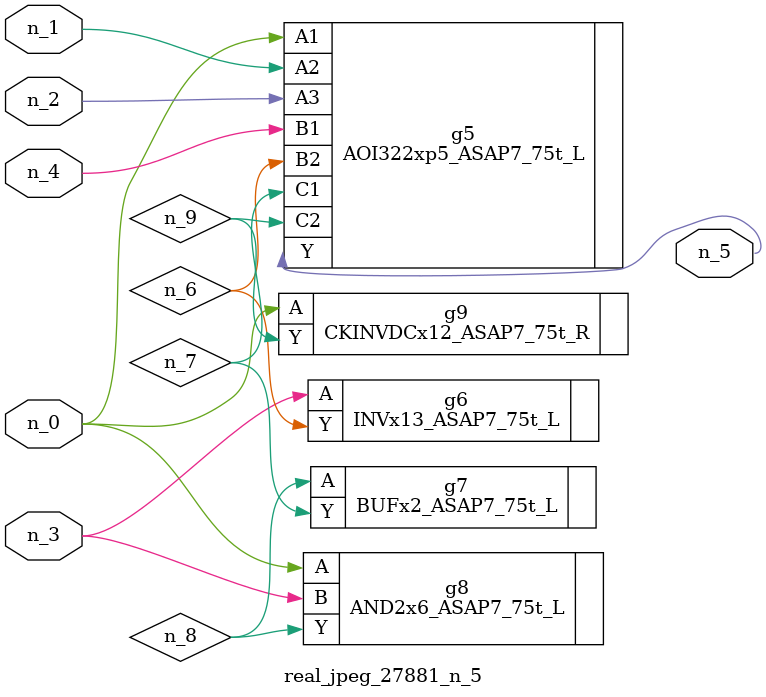
<source format=v>
module real_jpeg_27881_n_5 (n_4, n_0, n_1, n_2, n_3, n_5);

input n_4;
input n_0;
input n_1;
input n_2;
input n_3;

output n_5;

wire n_8;
wire n_6;
wire n_7;
wire n_9;

AOI322xp5_ASAP7_75t_L g5 ( 
.A1(n_0),
.A2(n_1),
.A3(n_2),
.B1(n_4),
.B2(n_6),
.C1(n_7),
.C2(n_9),
.Y(n_5)
);

AND2x6_ASAP7_75t_L g8 ( 
.A(n_0),
.B(n_3),
.Y(n_8)
);

CKINVDCx12_ASAP7_75t_R g9 ( 
.A(n_0),
.Y(n_9)
);

INVx13_ASAP7_75t_L g6 ( 
.A(n_3),
.Y(n_6)
);

BUFx2_ASAP7_75t_L g7 ( 
.A(n_8),
.Y(n_7)
);


endmodule
</source>
